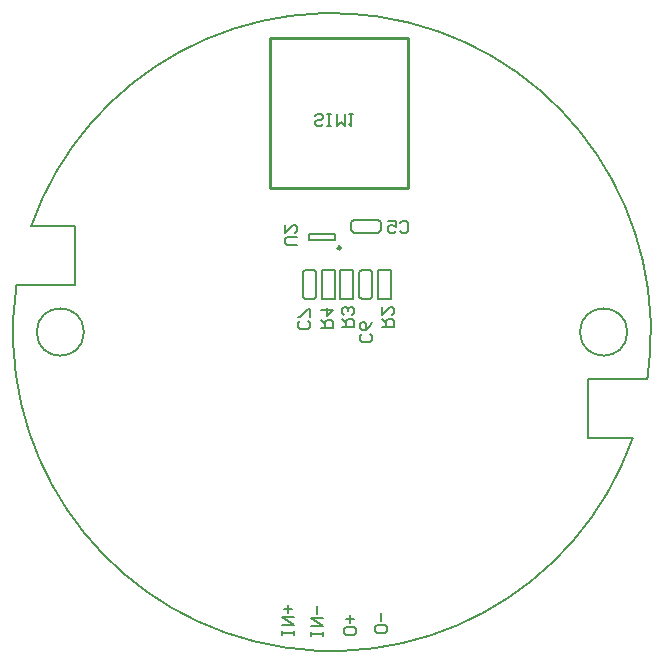
<source format=gbo>
%FSLAX25Y25*%
%MOIN*%
G70*
G01*
G75*
G04 Layer_Color=32896*
%ADD10R,0.02756X0.03347*%
%ADD11R,0.03347X0.02756*%
%ADD12R,0.03937X0.03150*%
%ADD13R,0.07874X0.06000*%
%ADD14R,0.07000X0.03150*%
%ADD15O,0.07087X0.02362*%
%ADD16O,0.02362X0.07087*%
%ADD17R,0.03937X0.02362*%
%ADD18R,0.02362X0.03937*%
%ADD19R,0.01181X0.02165*%
%ADD20R,0.01181X0.03150*%
%ADD21R,0.02165X0.01181*%
%ADD22R,0.03150X0.01181*%
%ADD23O,0.05500X0.02500*%
%ADD24R,0.05500X0.02500*%
%ADD25R,0.08661X0.11811*%
%ADD26O,0.02500X0.05500*%
%ADD27R,0.02500X0.05500*%
%ADD28O,0.03543X0.01969*%
%ADD29R,0.03543X0.01969*%
%ADD30O,0.03543X0.01969*%
%ADD31C,0.01000*%
%ADD32C,0.00800*%
%ADD33C,0.03000*%
%ADD34C,0.02000*%
%ADD35C,0.04000*%
%ADD36C,0.05000*%
%ADD37C,0.06000*%
%ADD38C,0.00600*%
%ADD39C,0.02500*%
%ADD40C,0.00500*%
%ADD41C,0.06000*%
%ADD42R,0.05906X0.05906*%
%ADD43C,0.05906*%
%ADD44R,0.05906X0.05906*%
%ADD45O,0.07874X0.11811*%
%ADD46R,0.07874X0.11811*%
%ADD47C,0.03000*%
%ADD48C,0.02000*%
%ADD49C,0.05000*%
%ADD50R,0.02559X0.04843*%
%ADD51R,0.02756X0.08268*%
%ADD52R,0.01575X0.03347*%
%ADD53C,0.07000*%
%ADD54C,0.02362*%
%ADD55C,0.00984*%
%ADD56C,0.00787*%
%ADD57R,0.01575X0.11811*%
%ADD58R,0.03556X0.04147*%
%ADD59R,0.04147X0.03556*%
%ADD60R,0.04737X0.03950*%
%ADD61R,0.08674X0.06800*%
%ADD62R,0.07800X0.03950*%
%ADD63O,0.07887X0.03162*%
%ADD64O,0.03162X0.07887*%
%ADD65R,0.04737X0.03162*%
%ADD66R,0.03162X0.04737*%
%ADD67R,0.01981X0.02965*%
%ADD68R,0.01981X0.03950*%
%ADD69R,0.02965X0.01981*%
%ADD70R,0.03950X0.01981*%
%ADD71O,0.06300X0.03300*%
%ADD72R,0.06300X0.03300*%
%ADD73R,0.09461X0.12611*%
%ADD74O,0.03300X0.06300*%
%ADD75R,0.03300X0.06300*%
%ADD76O,0.04343X0.02769*%
%ADD77R,0.04343X0.02769*%
%ADD78O,0.04343X0.02769*%
%ADD79C,0.06800*%
%ADD80R,0.06706X0.06706*%
%ADD81C,0.06706*%
%ADD82R,0.06706X0.06706*%
%ADD83O,0.08674X0.12611*%
%ADD84R,0.08674X0.12611*%
%ADD85R,0.03359X0.05643*%
%ADD86R,0.03556X0.09068*%
%ADD87R,0.02375X0.04147*%
D31*
X3083Y28026D02*
G03*
X3083Y28026I-583J0D01*
G01*
X-20600Y47926D02*
X25500D01*
Y98026D01*
X-20600D02*
X25500D01*
X-20600Y47926D02*
Y98026D01*
D32*
X931Y30726D02*
Y32726D01*
X-7731D02*
X931D01*
X-7731Y30726D02*
Y32726D01*
Y30726D02*
X931D01*
D40*
X15335Y10852D02*
X19665D01*
X15335Y20695D02*
X19665D01*
Y10852D02*
Y20695D01*
X15335Y10852D02*
Y20695D01*
X2835Y10852D02*
X7165D01*
X2835Y20695D02*
X7165D01*
Y10852D02*
Y20695D01*
X2835Y10852D02*
Y20695D01*
X-3415Y10852D02*
X915D01*
X-3415Y20695D02*
X915D01*
Y10852D02*
Y20695D01*
X-3415Y10852D02*
Y20695D01*
X-6122D02*
X-5335Y19907D01*
X-9665D02*
X-8878Y20695D01*
X-9665Y11639D02*
X-8878Y10852D01*
X-6122D02*
X-5335Y11639D01*
Y19907D01*
X-8878Y10852D02*
X-6122D01*
X-8878Y20695D02*
X-6122D01*
X-9665Y11639D02*
Y19907D01*
X12678Y20700D02*
X13465Y19913D01*
X9135D02*
X9922Y20700D01*
X9135Y11645D02*
X9922Y10858D01*
X12678D02*
X13465Y11645D01*
Y19913D01*
X9922Y10858D02*
X12678D01*
X9922Y20700D02*
X12678D01*
X9135Y11645D02*
Y19913D01*
X6426Y36678D02*
X7213Y37465D01*
X6426Y33922D02*
X7213Y33135D01*
X15481D02*
X16269Y33922D01*
X15481Y37465D02*
X16269Y36678D01*
X7213Y37465D02*
X15481D01*
X16269Y33922D02*
Y36678D01*
X6426Y33922D02*
Y36678D01*
X7213Y33135D02*
X15481D01*
X-7968Y3692D02*
X-7301Y3025D01*
Y1692D01*
X-7968Y1026D01*
X-10633D01*
X-11300Y1692D01*
Y3025D01*
X-10633Y3692D01*
X-7301Y5025D02*
Y7690D01*
X-7968D01*
X-10633Y5025D01*
X-11300D01*
X22734Y36432D02*
X23401Y37099D01*
X24734D01*
X25400Y36432D01*
Y33766D01*
X24734Y33100D01*
X23401D01*
X22734Y33766D01*
X18735Y37099D02*
X21401D01*
Y35099D01*
X20068Y35766D01*
X19402D01*
X18735Y35099D01*
Y33766D01*
X19402Y33100D01*
X20735D01*
X21401Y33766D01*
X12532Y-708D02*
X13199Y-1375D01*
Y-2708D01*
X12532Y-3374D01*
X9866D01*
X9200Y-2708D01*
Y-1375D01*
X9866Y-708D01*
X13199Y3291D02*
X12532Y1958D01*
X11199Y625D01*
X9866D01*
X9200Y1291D01*
Y2624D01*
X9866Y3291D01*
X10533D01*
X11199Y2624D01*
Y625D01*
X3500Y1626D02*
X7499D01*
Y3625D01*
X6832Y4292D01*
X5499D01*
X4833Y3625D01*
Y1626D01*
Y2959D02*
X3500Y4292D01*
X6832Y5625D02*
X7499Y6291D01*
Y7624D01*
X6832Y8291D01*
X6166D01*
X5499Y7624D01*
Y6958D01*
Y7624D01*
X4833Y8291D01*
X4166D01*
X3500Y7624D01*
Y6291D01*
X4166Y5625D01*
X-3700Y1426D02*
X299D01*
Y3425D01*
X-368Y4092D01*
X-1701D01*
X-2367Y3425D01*
Y1426D01*
Y2759D02*
X-3700Y4092D01*
Y7424D02*
X299D01*
X-1701Y5425D01*
Y8090D01*
X16600Y1526D02*
X20599D01*
Y3525D01*
X19932Y4192D01*
X18599D01*
X17933Y3525D01*
Y1526D01*
Y2859D02*
X16600Y4192D01*
Y8190D02*
Y5525D01*
X19266Y8190D01*
X19932D01*
X20599Y7524D01*
Y6191D01*
X19932Y5525D01*
X-3134Y69394D02*
X-3801Y68727D01*
X-5134D01*
X-5800Y69394D01*
Y70060D01*
X-5134Y70727D01*
X-3801D01*
X-3134Y71393D01*
Y72060D01*
X-3801Y72726D01*
X-5134D01*
X-5800Y72060D01*
X-1801Y68727D02*
X-468D01*
X-1135D01*
Y72726D01*
X-1801D01*
X-468D01*
X1531D02*
Y68727D01*
X2864Y70060D01*
X4197Y68727D01*
Y72726D01*
X5530D02*
X6863D01*
X6196D01*
Y68727D01*
X5530Y69394D01*
X-11801Y28926D02*
X-15134D01*
X-15800Y29592D01*
Y30925D01*
X-15134Y31592D01*
X-11801D01*
X-15800Y35590D02*
Y32925D01*
X-13134Y35590D01*
X-12468D01*
X-11801Y34924D01*
Y33591D01*
X-12468Y32925D01*
X-12701Y-100874D02*
Y-99541D01*
Y-100208D01*
X-16700D01*
Y-100874D01*
Y-99541D01*
Y-97542D02*
X-12701D01*
X-16700Y-94876D01*
X-12701D01*
X-14701Y-93543D02*
Y-90877D01*
X-13368Y-92210D02*
X-16034D01*
X-2901Y-101174D02*
Y-99841D01*
Y-100508D01*
X-6900D01*
Y-101174D01*
Y-99841D01*
Y-97842D02*
X-2901D01*
X-6900Y-95176D01*
X-2901D01*
X-4901Y-93843D02*
Y-91177D01*
X7899Y-98975D02*
Y-100308D01*
X7232Y-100974D01*
X4566D01*
X3900Y-100308D01*
Y-98975D01*
X4566Y-98308D01*
X7232D01*
X7899Y-98975D01*
X5899Y-96975D02*
Y-94310D01*
X7232Y-95642D02*
X4566D01*
X18499Y-98475D02*
Y-99808D01*
X17832Y-100474D01*
X15167D01*
X14500Y-99808D01*
Y-98475D01*
X15167Y-97808D01*
X17832D01*
X18499Y-98475D01*
X16499Y-96475D02*
Y-93809D01*
X98425Y49D02*
G03*
X98425Y0I-7874J-49D01*
G01*
X-82677Y49D02*
G03*
X-82677Y0I-7874J-49D01*
G01*
X-105128Y15737D02*
G03*
X100221Y-35430I105128J-15737D01*
G01*
X105123Y-15766D02*
G03*
X-100244Y35364I-105123J15766D01*
G01*
X85315Y-15748D02*
X105000D01*
X85315Y-35433D02*
X100229D01*
X85315Y-35348D02*
Y-15748D01*
X-85515Y15748D02*
Y35348D01*
X-100199D02*
X-85515D01*
X-105128Y15748D02*
X-85515D01*
M02*

</source>
